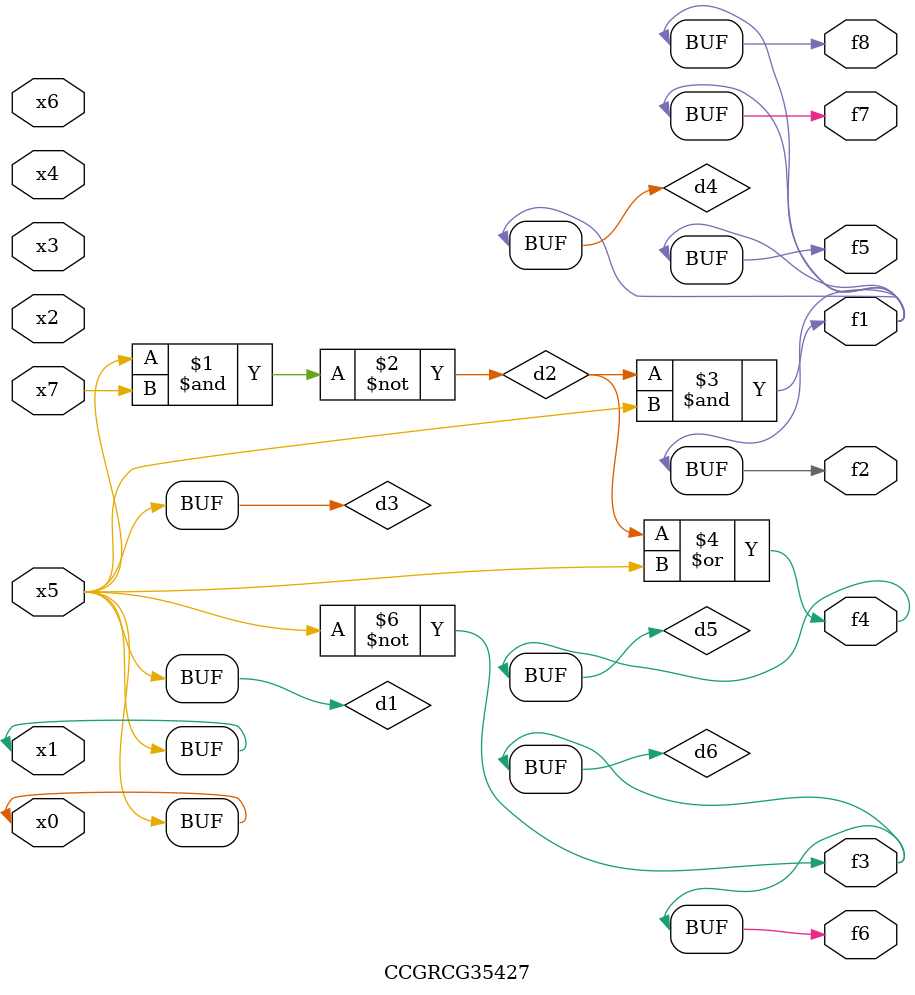
<source format=v>
module CCGRCG35427(
	input x0, x1, x2, x3, x4, x5, x6, x7,
	output f1, f2, f3, f4, f5, f6, f7, f8
);

	wire d1, d2, d3, d4, d5, d6;

	buf (d1, x0, x5);
	nand (d2, x5, x7);
	buf (d3, x0, x1);
	and (d4, d2, d3);
	or (d5, d2, d3);
	nor (d6, d1, d3);
	assign f1 = d4;
	assign f2 = d4;
	assign f3 = d6;
	assign f4 = d5;
	assign f5 = d4;
	assign f6 = d6;
	assign f7 = d4;
	assign f8 = d4;
endmodule

</source>
